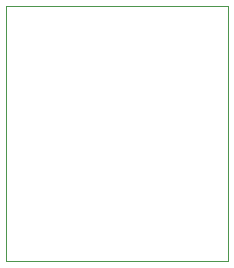
<source format=gbr>
%TF.GenerationSoftware,Altium Limited,Altium Designer,21.3.2 (30)*%
G04 Layer_Color=0*
%FSLAX26Y26*%
%MOIN*%
%TF.SameCoordinates,7249F2FC-C291-4BAF-AEBD-B68F3D0C2602*%
%TF.FilePolarity,Positive*%
%TF.FileFunction,Profile,NP*%
%TF.Part,Single*%
G01*
G75*
%TA.AperFunction,Profile*%
%ADD38C,0.001000*%
D38*
X3493000Y2589000D02*
Y3440000D01*
X4235000D01*
Y2589000D01*
X3493000D01*
%TF.MD5,6e5e0a3cdfe0995b798ad71c3a84a6b6*%
M02*

</source>
